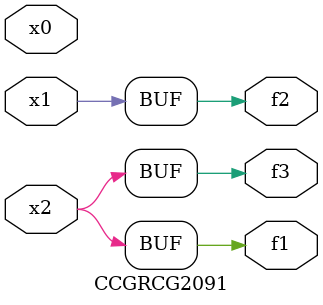
<source format=v>
module CCGRCG2091(
	input x0, x1, x2,
	output f1, f2, f3
);
	assign f1 = x2;
	assign f2 = x1;
	assign f3 = x2;
endmodule

</source>
